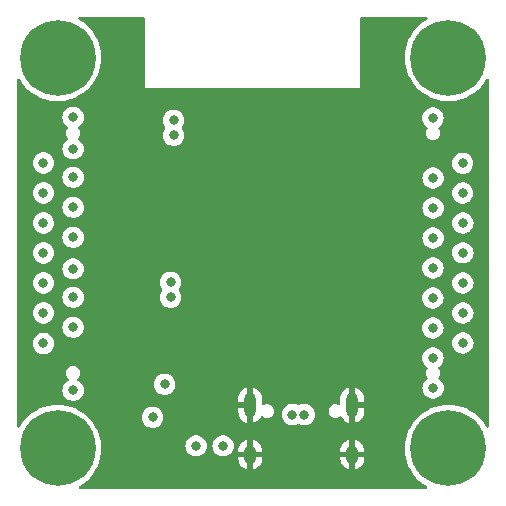
<source format=gbr>
%TF.GenerationSoftware,KiCad,Pcbnew,7.0.1*%
%TF.CreationDate,2023-09-07T21:54:10+09:00*%
%TF.ProjectId,CPU_ESP32S3WROOM,4350555f-4553-4503-9332-533357524f4f,rev?*%
%TF.SameCoordinates,Original*%
%TF.FileFunction,Copper,L3,Inr*%
%TF.FilePolarity,Positive*%
%FSLAX46Y46*%
G04 Gerber Fmt 4.6, Leading zero omitted, Abs format (unit mm)*
G04 Created by KiCad (PCBNEW 7.0.1) date 2023-09-07 21:54:10*
%MOMM*%
%LPD*%
G01*
G04 APERTURE LIST*
%TA.AperFunction,ComponentPad*%
%ADD10O,1.000000X2.100000*%
%TD*%
%TA.AperFunction,ComponentPad*%
%ADD11O,1.000000X1.600000*%
%TD*%
%TA.AperFunction,ComponentPad*%
%ADD12C,0.800000*%
%TD*%
%TA.AperFunction,ComponentPad*%
%ADD13C,6.400000*%
%TD*%
%TA.AperFunction,ViaPad*%
%ADD14C,0.800000*%
%TD*%
G04 APERTURE END LIST*
D10*
%TO.N,GND*%
%TO.C,J1*%
X144410000Y-110730000D03*
D11*
X144410000Y-114910000D03*
D10*
X153050000Y-110730000D03*
D11*
X153050000Y-114910000D03*
%TD*%
D12*
%TO.N,N/C*%
%TO.C,H2*%
X158795000Y-114400000D03*
X159497944Y-112702944D03*
X159497944Y-116097056D03*
X161195000Y-112000000D03*
D13*
X161195000Y-114400000D03*
D12*
X161195000Y-116800000D03*
X162892056Y-112702944D03*
X162892056Y-116097056D03*
X163595000Y-114400000D03*
%TD*%
%TO.N,N/C*%
%TO.C,H4*%
X125695000Y-114400000D03*
X126397944Y-112702944D03*
X126397944Y-116097056D03*
X128095000Y-112000000D03*
D13*
X128095000Y-114400000D03*
D12*
X128095000Y-116800000D03*
X129792056Y-112702944D03*
X129792056Y-116097056D03*
X130495000Y-114400000D03*
%TD*%
%TO.N,N/C*%
%TO.C,H3*%
X125695000Y-81300000D03*
X126397944Y-79602944D03*
X126397944Y-82997056D03*
X128095000Y-78900000D03*
D13*
X128095000Y-81300000D03*
D12*
X128095000Y-83700000D03*
X129792056Y-79602944D03*
X129792056Y-82997056D03*
X130495000Y-81300000D03*
%TD*%
%TO.N,N/C*%
%TO.C,H1*%
X158795000Y-81300000D03*
X159497944Y-79602944D03*
X159497944Y-82997056D03*
X161195000Y-78900000D03*
D13*
X161195000Y-81300000D03*
D12*
X161195000Y-83700000D03*
X162892056Y-79602944D03*
X162892056Y-82997056D03*
X163595000Y-81300000D03*
%TD*%
D14*
%TO.N,GND*%
X151130000Y-85344000D03*
X137668000Y-113284000D03*
%TO.N,+5V*%
X136144000Y-111760000D03*
%TO.N,/EN*%
X137160000Y-108966000D03*
X137922000Y-87884000D03*
%TO.N,/D_+*%
X137668000Y-101600000D03*
%TO.N,/D_-*%
X137668000Y-100330000D03*
%TO.N,+3V3*%
X137922000Y-86614000D03*
%TO.N,/D_+*%
X148979503Y-111530000D03*
%TO.N,/D_-*%
X147980000Y-111530000D03*
%TO.N,GND*%
X159880000Y-88960000D03*
%TO.N,+3V3*%
X159880000Y-86420000D03*
%TO.N,/IO1*%
X162400000Y-90250000D03*
%TO.N,/TXD0*%
X162400000Y-92760000D03*
%TO.N,/IO42*%
X162410000Y-95310000D03*
%TO.N,/IO39*%
X162410000Y-97830000D03*
%TO.N,/IO37*%
X162410000Y-100390000D03*
%TO.N,/IO35*%
X162410000Y-102920000D03*
%TO.N,/IO45*%
X162410000Y-105470000D03*
%TO.N,+5V*%
X159890000Y-109280000D03*
%TO.N,/IO48*%
X159880000Y-106730000D03*
%TO.N,/IO0*%
X159870000Y-104200000D03*
%TO.N,/IO36*%
X159870000Y-101660000D03*
%TO.N,/IO38*%
X159880000Y-99120000D03*
%TO.N,/IO41*%
X159890000Y-96580000D03*
%TO.N,/RXD0*%
X159890000Y-94040000D03*
%TO.N,/IO2*%
X159890000Y-91500000D03*
%TO.N,+3V3*%
X139827000Y-114173000D03*
X129413000Y-109474000D03*
%TO.N,GND*%
X129413000Y-106680000D03*
%TO.N,+5V*%
X142113000Y-114173000D03*
X129413000Y-86360000D03*
%TO.N,/IO6*%
X126898400Y-92760800D03*
%TO.N,/IO7*%
X129413000Y-93980000D03*
%TO.N,/IO8*%
X126898400Y-100380800D03*
%TO.N,/IO3*%
X129413000Y-101600000D03*
%TO.N,/IO46*%
X126898400Y-102920800D03*
%TO.N,/IO9*%
X129413000Y-104140000D03*
%TO.N,/IO10*%
X126898400Y-105511600D03*
%TO.N,/EN*%
X129413000Y-89027000D03*
%TO.N,/IO18*%
X129413000Y-99187000D03*
%TO.N,/IO17*%
X126898400Y-97840800D03*
%TO.N,/IO5*%
X129413000Y-91440000D03*
%TO.N,/IO4*%
X126898400Y-90220800D03*
%TO.N,/IO16*%
X129413000Y-96520000D03*
%TO.N,/IO15*%
X126898400Y-95300800D03*
%TD*%
%TA.AperFunction,Conductor*%
%TO.N,GND*%
G36*
X135458000Y-77867113D02*
G01*
X135503387Y-77912500D01*
X135520000Y-77974500D01*
X135520000Y-83890000D01*
X153720000Y-83890000D01*
X153720000Y-77974500D01*
X153736613Y-77912500D01*
X153782000Y-77867113D01*
X153844000Y-77850500D01*
X159297476Y-77850500D01*
X159360597Y-77867768D01*
X159406138Y-77914763D01*
X159421415Y-77978396D01*
X159402172Y-78040944D01*
X159353769Y-78084985D01*
X159342213Y-78090872D01*
X159016919Y-78302121D01*
X158715480Y-78546222D01*
X158441222Y-78820480D01*
X158197121Y-79121919D01*
X157985876Y-79447206D01*
X157809785Y-79792806D01*
X157670785Y-80154913D01*
X157570396Y-80529570D01*
X157509722Y-80912659D01*
X157489422Y-81300000D01*
X157509722Y-81687340D01*
X157570396Y-82070429D01*
X157670785Y-82445086D01*
X157809785Y-82807193D01*
X157985876Y-83152793D01*
X158197121Y-83478080D01*
X158197124Y-83478084D01*
X158441219Y-83779516D01*
X158715484Y-84053781D01*
X159016916Y-84297876D01*
X159016918Y-84297877D01*
X159016919Y-84297878D01*
X159342206Y-84509123D01*
X159687806Y-84685214D01*
X160049913Y-84824214D01*
X160424570Y-84924603D01*
X160616114Y-84954939D01*
X160807662Y-84985278D01*
X161195000Y-85005578D01*
X161582338Y-84985278D01*
X161831686Y-84945785D01*
X161965429Y-84924603D01*
X161965433Y-84924602D01*
X162340087Y-84824214D01*
X162702194Y-84685214D01*
X163047789Y-84509125D01*
X163047788Y-84509125D01*
X163047793Y-84509123D01*
X163210436Y-84403500D01*
X163373084Y-84297876D01*
X163674516Y-84053781D01*
X163948781Y-83779516D01*
X164192876Y-83478084D01*
X164404125Y-83152789D01*
X164404127Y-83152786D01*
X164410015Y-83141231D01*
X164454056Y-83092828D01*
X164516604Y-83073585D01*
X164580237Y-83088862D01*
X164627232Y-83134403D01*
X164644500Y-83197524D01*
X164644500Y-112502476D01*
X164627232Y-112565597D01*
X164580237Y-112611138D01*
X164516604Y-112626415D01*
X164454056Y-112607172D01*
X164410015Y-112558769D01*
X164404127Y-112547213D01*
X164192878Y-112221919D01*
X164177467Y-112202888D01*
X163948781Y-111920484D01*
X163674516Y-111646219D01*
X163373084Y-111402124D01*
X163373082Y-111402123D01*
X163373080Y-111402121D01*
X163047793Y-111190876D01*
X162702193Y-111014785D01*
X162340086Y-110875785D01*
X161965429Y-110775396D01*
X161582340Y-110714722D01*
X161195000Y-110694422D01*
X160807659Y-110714722D01*
X160424570Y-110775396D01*
X160049913Y-110875785D01*
X159687806Y-111014785D01*
X159342206Y-111190876D01*
X159016919Y-111402121D01*
X158715480Y-111646222D01*
X158441222Y-111920480D01*
X158197121Y-112221919D01*
X157985876Y-112547206D01*
X157809785Y-112892806D01*
X157670785Y-113254913D01*
X157570396Y-113629570D01*
X157509722Y-114012659D01*
X157491452Y-114361257D01*
X157489422Y-114400000D01*
X157495098Y-114508311D01*
X157509722Y-114787340D01*
X157570396Y-115170429D01*
X157670785Y-115545086D01*
X157809785Y-115907193D01*
X157985876Y-116252793D01*
X158197121Y-116578080D01*
X158197124Y-116578084D01*
X158441219Y-116879516D01*
X158715484Y-117153781D01*
X159016916Y-117397876D01*
X159016918Y-117397877D01*
X159016919Y-117397878D01*
X159342213Y-117609127D01*
X159353769Y-117615015D01*
X159402172Y-117659056D01*
X159421415Y-117721604D01*
X159406138Y-117785237D01*
X159360597Y-117832232D01*
X159297476Y-117849500D01*
X129992524Y-117849500D01*
X129929403Y-117832232D01*
X129883862Y-117785237D01*
X129868585Y-117721604D01*
X129887828Y-117659056D01*
X129936231Y-117615015D01*
X129947786Y-117609127D01*
X129973721Y-117592284D01*
X130273084Y-117397876D01*
X130574516Y-117153781D01*
X130848781Y-116879516D01*
X131092876Y-116578084D01*
X131198500Y-116415436D01*
X131304123Y-116252793D01*
X131464247Y-115938531D01*
X131480214Y-115907194D01*
X131619214Y-115545087D01*
X131719602Y-115170433D01*
X131721255Y-115160000D01*
X143410000Y-115160000D01*
X143410000Y-115260710D01*
X143425419Y-115412339D01*
X143486303Y-115606389D01*
X143585003Y-115784214D01*
X143717479Y-115938531D01*
X143878307Y-116063021D01*
X144060905Y-116152589D01*
X144159999Y-116178246D01*
X144160000Y-116178246D01*
X144160000Y-115160000D01*
X144660000Y-115160000D01*
X144660000Y-116183366D01*
X144661948Y-116183067D01*
X144852663Y-116112435D01*
X145025263Y-116004854D01*
X145172669Y-115864733D01*
X145288855Y-115697805D01*
X145369059Y-115510907D01*
X145410000Y-115311689D01*
X145410000Y-115160000D01*
X152050000Y-115160000D01*
X152050000Y-115260710D01*
X152065419Y-115412339D01*
X152126303Y-115606389D01*
X152225003Y-115784214D01*
X152357479Y-115938531D01*
X152518307Y-116063021D01*
X152700905Y-116152589D01*
X152799999Y-116178246D01*
X152800000Y-116178247D01*
X152800000Y-115160000D01*
X153300000Y-115160000D01*
X153300000Y-116183366D01*
X153301948Y-116183067D01*
X153492663Y-116112435D01*
X153665263Y-116004854D01*
X153812669Y-115864733D01*
X153928855Y-115697805D01*
X154009059Y-115510907D01*
X154050000Y-115311689D01*
X154050000Y-115160000D01*
X153300000Y-115160000D01*
X152800000Y-115160000D01*
X152050000Y-115160000D01*
X145410000Y-115160000D01*
X144660000Y-115160000D01*
X144160000Y-115160000D01*
X143410000Y-115160000D01*
X131721255Y-115160000D01*
X131771004Y-114845889D01*
X131780278Y-114787338D01*
X131800578Y-114400000D01*
X131788681Y-114173000D01*
X138921540Y-114173000D01*
X138941326Y-114361257D01*
X138999820Y-114541284D01*
X139094466Y-114705216D01*
X139221129Y-114845889D01*
X139374269Y-114957151D01*
X139547197Y-115034144D01*
X139732352Y-115073500D01*
X139732354Y-115073500D01*
X139921646Y-115073500D01*
X139921648Y-115073500D01*
X140045084Y-115047262D01*
X140106803Y-115034144D01*
X140279730Y-114957151D01*
X140432871Y-114845888D01*
X140559533Y-114705216D01*
X140654179Y-114541284D01*
X140712674Y-114361256D01*
X140732460Y-114173000D01*
X141207540Y-114173000D01*
X141227326Y-114361257D01*
X141285820Y-114541284D01*
X141380466Y-114705216D01*
X141507129Y-114845889D01*
X141660269Y-114957151D01*
X141833197Y-115034144D01*
X142018352Y-115073500D01*
X142018354Y-115073500D01*
X142207646Y-115073500D01*
X142207648Y-115073500D01*
X142331084Y-115047262D01*
X142392803Y-115034144D01*
X142565730Y-114957151D01*
X142718871Y-114845888D01*
X142845533Y-114705216D01*
X142871638Y-114660000D01*
X143410000Y-114660000D01*
X144160000Y-114660000D01*
X144160000Y-113641753D01*
X144660000Y-113641753D01*
X144660000Y-114660000D01*
X145410000Y-114660000D01*
X152050000Y-114660000D01*
X152800000Y-114660000D01*
X152800000Y-113641753D01*
X153300000Y-113641753D01*
X153300000Y-114660000D01*
X154050000Y-114660000D01*
X154050000Y-114559290D01*
X154034580Y-114407660D01*
X153973696Y-114213610D01*
X153874996Y-114035785D01*
X153742520Y-113881468D01*
X153581692Y-113756978D01*
X153399094Y-113667410D01*
X153300000Y-113641753D01*
X152800000Y-113641753D01*
X152800000Y-113636634D01*
X152798051Y-113636932D01*
X152607336Y-113707564D01*
X152434736Y-113815145D01*
X152287330Y-113955266D01*
X152171144Y-114122194D01*
X152090940Y-114309092D01*
X152050000Y-114508311D01*
X152050000Y-114660000D01*
X145410000Y-114660000D01*
X145410000Y-114559290D01*
X145394580Y-114407660D01*
X145333696Y-114213610D01*
X145234996Y-114035785D01*
X145102520Y-113881468D01*
X144941692Y-113756978D01*
X144759094Y-113667410D01*
X144660000Y-113641753D01*
X144160000Y-113641753D01*
X144160000Y-113636634D01*
X144158051Y-113636932D01*
X143967336Y-113707564D01*
X143794736Y-113815145D01*
X143647330Y-113955266D01*
X143531144Y-114122194D01*
X143450940Y-114309092D01*
X143410000Y-114508311D01*
X143410000Y-114660000D01*
X142871638Y-114660000D01*
X142940179Y-114541284D01*
X142998674Y-114361256D01*
X143018460Y-114173000D01*
X142998674Y-113984744D01*
X142940179Y-113804716D01*
X142940179Y-113804715D01*
X142845533Y-113640783D01*
X142718870Y-113500110D01*
X142565730Y-113388848D01*
X142392802Y-113311855D01*
X142207648Y-113272500D01*
X142207646Y-113272500D01*
X142018354Y-113272500D01*
X142018352Y-113272500D01*
X141833197Y-113311855D01*
X141660269Y-113388848D01*
X141507129Y-113500110D01*
X141380466Y-113640783D01*
X141285820Y-113804715D01*
X141227326Y-113984742D01*
X141207540Y-114173000D01*
X140732460Y-114173000D01*
X140712674Y-113984744D01*
X140654179Y-113804716D01*
X140654179Y-113804715D01*
X140559533Y-113640783D01*
X140432870Y-113500110D01*
X140279730Y-113388848D01*
X140106802Y-113311855D01*
X139921648Y-113272500D01*
X139921646Y-113272500D01*
X139732354Y-113272500D01*
X139732352Y-113272500D01*
X139547197Y-113311855D01*
X139374269Y-113388848D01*
X139221129Y-113500110D01*
X139094466Y-113640783D01*
X138999820Y-113804715D01*
X138941326Y-113984742D01*
X138921540Y-114173000D01*
X131788681Y-114173000D01*
X131780278Y-114012662D01*
X131739782Y-113756978D01*
X131719603Y-113629570D01*
X131619214Y-113254913D01*
X131480214Y-112892806D01*
X131304123Y-112547206D01*
X131092878Y-112221919D01*
X131077467Y-112202888D01*
X130848781Y-111920484D01*
X130688296Y-111759999D01*
X135238540Y-111759999D01*
X135258326Y-111948257D01*
X135316820Y-112128284D01*
X135411466Y-112292216D01*
X135538129Y-112432889D01*
X135691269Y-112544151D01*
X135864197Y-112621144D01*
X136049352Y-112660500D01*
X136049354Y-112660500D01*
X136238646Y-112660500D01*
X136238648Y-112660500D01*
X136362083Y-112634262D01*
X136423803Y-112621144D01*
X136596730Y-112544151D01*
X136749871Y-112432888D01*
X136876533Y-112292216D01*
X136971179Y-112128284D01*
X137029674Y-111948256D01*
X137049460Y-111760000D01*
X137029674Y-111571744D01*
X136971179Y-111391716D01*
X136971179Y-111391715D01*
X136876533Y-111227783D01*
X136749870Y-111087110D01*
X136602445Y-110980000D01*
X143410000Y-110980000D01*
X143410000Y-111330710D01*
X143425419Y-111482339D01*
X143486303Y-111676389D01*
X143585003Y-111854214D01*
X143717479Y-112008531D01*
X143878307Y-112133021D01*
X144060905Y-112222589D01*
X144159999Y-112248246D01*
X144160000Y-112248246D01*
X144160000Y-110980000D01*
X143410000Y-110980000D01*
X136602445Y-110980000D01*
X136596730Y-110975848D01*
X136423802Y-110898855D01*
X136238648Y-110859500D01*
X136238646Y-110859500D01*
X136049354Y-110859500D01*
X136049352Y-110859500D01*
X135864197Y-110898855D01*
X135691269Y-110975848D01*
X135538129Y-111087110D01*
X135411466Y-111227783D01*
X135316820Y-111391715D01*
X135258326Y-111571742D01*
X135238540Y-111759999D01*
X130688296Y-111759999D01*
X130574516Y-111646219D01*
X130273084Y-111402124D01*
X130273082Y-111402123D01*
X130273080Y-111402121D01*
X129947793Y-111190876D01*
X129602193Y-111014785D01*
X129240086Y-110875785D01*
X128865429Y-110775396D01*
X128482340Y-110714722D01*
X128095000Y-110694422D01*
X127707659Y-110714722D01*
X127324570Y-110775396D01*
X126949913Y-110875785D01*
X126587806Y-111014785D01*
X126242206Y-111190876D01*
X125916919Y-111402121D01*
X125615480Y-111646222D01*
X125341222Y-111920480D01*
X125097121Y-112221919D01*
X124885872Y-112547213D01*
X124879985Y-112558769D01*
X124835944Y-112607172D01*
X124773396Y-112626415D01*
X124709763Y-112611138D01*
X124662768Y-112565597D01*
X124645500Y-112502476D01*
X124645500Y-110480000D01*
X143410000Y-110480000D01*
X144160000Y-110480000D01*
X144160000Y-109211753D01*
X144660000Y-109211753D01*
X144660000Y-112253366D01*
X144661948Y-112253067D01*
X144852663Y-112182435D01*
X145025263Y-112074854D01*
X145172669Y-111934733D01*
X145288856Y-111767804D01*
X145301922Y-111737357D01*
X145335003Y-111692256D01*
X145384538Y-111666280D01*
X145440449Y-111664716D01*
X145491358Y-111687879D01*
X145549767Y-111732698D01*
X145689763Y-111790686D01*
X145689764Y-111790687D01*
X145802279Y-111805500D01*
X145802280Y-111805500D01*
X145877720Y-111805500D01*
X145877721Y-111805500D01*
X145933977Y-111798093D01*
X145990236Y-111790687D01*
X146130233Y-111732698D01*
X146250451Y-111640451D01*
X146335204Y-111529999D01*
X147074540Y-111529999D01*
X147094326Y-111718257D01*
X147152820Y-111898284D01*
X147247466Y-112062216D01*
X147374129Y-112202889D01*
X147527269Y-112314151D01*
X147700197Y-112391144D01*
X147885352Y-112430500D01*
X147885354Y-112430500D01*
X148074646Y-112430500D01*
X148074648Y-112430500D01*
X148259800Y-112391145D01*
X148259801Y-112391144D01*
X148259803Y-112391144D01*
X148429318Y-112315669D01*
X148479750Y-112304950D01*
X148530186Y-112315671D01*
X148699700Y-112391144D01*
X148884855Y-112430500D01*
X148884857Y-112430500D01*
X149074149Y-112430500D01*
X149074151Y-112430500D01*
X149197586Y-112404262D01*
X149259306Y-112391144D01*
X149432233Y-112314151D01*
X149516308Y-112253067D01*
X149585373Y-112202889D01*
X149712036Y-112062216D01*
X149806682Y-111898284D01*
X149821001Y-111854214D01*
X149865177Y-111718256D01*
X149884963Y-111530000D01*
X149865177Y-111341744D01*
X149828869Y-111230000D01*
X151039533Y-111230000D01*
X151059312Y-111380235D01*
X151117301Y-111520231D01*
X151117302Y-111520233D01*
X151209549Y-111640451D01*
X151329767Y-111732698D01*
X151469763Y-111790686D01*
X151469764Y-111790687D01*
X151582279Y-111805500D01*
X151582280Y-111805500D01*
X151657720Y-111805500D01*
X151657721Y-111805500D01*
X151713977Y-111798093D01*
X151770236Y-111790687D01*
X151910233Y-111732698D01*
X151969580Y-111687158D01*
X152017416Y-111664658D01*
X152070281Y-111664127D01*
X152118562Y-111685666D01*
X152153483Y-111725359D01*
X152225003Y-111854214D01*
X152357479Y-112008531D01*
X152518307Y-112133021D01*
X152700905Y-112222589D01*
X152799999Y-112248246D01*
X152800000Y-112248247D01*
X152800000Y-110980000D01*
X153300000Y-110980000D01*
X153300000Y-112253366D01*
X153301948Y-112253067D01*
X153492663Y-112182435D01*
X153665263Y-112074854D01*
X153812669Y-111934733D01*
X153928855Y-111767805D01*
X154009059Y-111580907D01*
X154050000Y-111381689D01*
X154050000Y-110980000D01*
X153300000Y-110980000D01*
X152800000Y-110980000D01*
X152800000Y-109211753D01*
X153300000Y-109211753D01*
X153300000Y-110480000D01*
X154050000Y-110480000D01*
X154050000Y-110129290D01*
X154034580Y-109977660D01*
X153973696Y-109783610D01*
X153874996Y-109605785D01*
X153742520Y-109451468D01*
X153581692Y-109326978D01*
X153399094Y-109237410D01*
X153300000Y-109211753D01*
X152800000Y-109211753D01*
X152800000Y-109206634D01*
X152798051Y-109206932D01*
X152607336Y-109277564D01*
X152434736Y-109385145D01*
X152287330Y-109525266D01*
X152171144Y-109692194D01*
X152090940Y-109879092D01*
X152050000Y-110078311D01*
X152050000Y-110599616D01*
X152035358Y-110658069D01*
X151994891Y-110702718D01*
X151938154Y-110723019D01*
X151878547Y-110714177D01*
X151770235Y-110669312D01*
X151657721Y-110654500D01*
X151657720Y-110654500D01*
X151582280Y-110654500D01*
X151582279Y-110654500D01*
X151469764Y-110669312D01*
X151329768Y-110727301D01*
X151209549Y-110819549D01*
X151117301Y-110939768D01*
X151059312Y-111079764D01*
X151039533Y-111230000D01*
X149828869Y-111230000D01*
X149816157Y-111190876D01*
X149806682Y-111161715D01*
X149712036Y-110997783D01*
X149585373Y-110857110D01*
X149432233Y-110745848D01*
X149259305Y-110668855D01*
X149074151Y-110629500D01*
X149074149Y-110629500D01*
X148884857Y-110629500D01*
X148884855Y-110629500D01*
X148699700Y-110668855D01*
X148530187Y-110744328D01*
X148479751Y-110755049D01*
X148429315Y-110744328D01*
X148259802Y-110668855D01*
X148074648Y-110629500D01*
X148074646Y-110629500D01*
X147885354Y-110629500D01*
X147885352Y-110629500D01*
X147700197Y-110668855D01*
X147527269Y-110745848D01*
X147374129Y-110857110D01*
X147247466Y-110997783D01*
X147152820Y-111161715D01*
X147094326Y-111341742D01*
X147074540Y-111529999D01*
X146335204Y-111529999D01*
X146342698Y-111520233D01*
X146400687Y-111380236D01*
X146420466Y-111230000D01*
X146400687Y-111079764D01*
X146342698Y-110939767D01*
X146250451Y-110819549D01*
X146130233Y-110727302D01*
X146119893Y-110723019D01*
X145990235Y-110669312D01*
X145877721Y-110654500D01*
X145877720Y-110654500D01*
X145802280Y-110654500D01*
X145802279Y-110654500D01*
X145689764Y-110669312D01*
X145581453Y-110714177D01*
X145521846Y-110723019D01*
X145465109Y-110702718D01*
X145424642Y-110658069D01*
X145410000Y-110599616D01*
X145410000Y-110129290D01*
X145394580Y-109977660D01*
X145333696Y-109783610D01*
X145234996Y-109605785D01*
X145102520Y-109451468D01*
X144941692Y-109326978D01*
X144759094Y-109237410D01*
X144660000Y-109211753D01*
X144160000Y-109211753D01*
X144160000Y-109206634D01*
X144158051Y-109206932D01*
X143967336Y-109277564D01*
X143794736Y-109385145D01*
X143647330Y-109525266D01*
X143531144Y-109692194D01*
X143450940Y-109879092D01*
X143410000Y-110078311D01*
X143410000Y-110480000D01*
X124645500Y-110480000D01*
X124645500Y-109473999D01*
X128507540Y-109473999D01*
X128527326Y-109662257D01*
X128585820Y-109842284D01*
X128680466Y-110006216D01*
X128807129Y-110146889D01*
X128960269Y-110258151D01*
X129133197Y-110335144D01*
X129318352Y-110374500D01*
X129318354Y-110374500D01*
X129507646Y-110374500D01*
X129507648Y-110374500D01*
X129631083Y-110348262D01*
X129692803Y-110335144D01*
X129865730Y-110258151D01*
X130018871Y-110146888D01*
X130145533Y-110006216D01*
X130240179Y-109842284D01*
X130298674Y-109662256D01*
X130318460Y-109474000D01*
X130298674Y-109285744D01*
X130240179Y-109105716D01*
X130240179Y-109105715D01*
X130159514Y-108965999D01*
X136254540Y-108965999D01*
X136274326Y-109154257D01*
X136332820Y-109334284D01*
X136427466Y-109498216D01*
X136554129Y-109638889D01*
X136707269Y-109750151D01*
X136880197Y-109827144D01*
X137065352Y-109866500D01*
X137065354Y-109866500D01*
X137254646Y-109866500D01*
X137254648Y-109866500D01*
X137378084Y-109840262D01*
X137439803Y-109827144D01*
X137612730Y-109750151D01*
X137733708Y-109662256D01*
X137765870Y-109638889D01*
X137892533Y-109498216D01*
X137987179Y-109334284D01*
X138004817Y-109280000D01*
X138045674Y-109154256D01*
X138065460Y-108966000D01*
X138045674Y-108777744D01*
X137998764Y-108633370D01*
X137987179Y-108597715D01*
X137892533Y-108433783D01*
X137765870Y-108293110D01*
X137612730Y-108181848D01*
X137439802Y-108104855D01*
X137254648Y-108065500D01*
X137254646Y-108065500D01*
X137065354Y-108065500D01*
X137065352Y-108065500D01*
X136880197Y-108104855D01*
X136707269Y-108181848D01*
X136554129Y-108293110D01*
X136427466Y-108433783D01*
X136332820Y-108597715D01*
X136274326Y-108777742D01*
X136254540Y-108965999D01*
X130159514Y-108965999D01*
X130145533Y-108941783D01*
X130018870Y-108801110D01*
X129865732Y-108689849D01*
X129828134Y-108673110D01*
X129778730Y-108633370D01*
X129755428Y-108574404D01*
X129764321Y-108511627D01*
X129803082Y-108461454D01*
X129833282Y-108438282D01*
X129836734Y-108433784D01*
X129889372Y-108365184D01*
X129929536Y-108312841D01*
X129990044Y-108166762D01*
X130010682Y-108010000D01*
X129990044Y-107853238D01*
X129929536Y-107707159D01*
X129888023Y-107653058D01*
X129833282Y-107581717D01*
X129707840Y-107485463D01*
X129561762Y-107424956D01*
X129405000Y-107404317D01*
X129248237Y-107424956D01*
X129102159Y-107485463D01*
X128976717Y-107581717D01*
X128880463Y-107707159D01*
X128819956Y-107853237D01*
X128799317Y-108010000D01*
X128819956Y-108166762D01*
X128880463Y-108312840D01*
X128976717Y-108438282D01*
X129012791Y-108465962D01*
X129051553Y-108516136D01*
X129060446Y-108578912D01*
X129037144Y-108637878D01*
X128987741Y-108677617D01*
X128960269Y-108689848D01*
X128807129Y-108801110D01*
X128680466Y-108941783D01*
X128585820Y-109105715D01*
X128527326Y-109285742D01*
X128507540Y-109473999D01*
X124645500Y-109473999D01*
X124645500Y-106729999D01*
X158974540Y-106729999D01*
X158994326Y-106918257D01*
X159052820Y-107098284D01*
X159147466Y-107262216D01*
X159274129Y-107402889D01*
X159376485Y-107477254D01*
X159417315Y-107528127D01*
X159426676Y-107592683D01*
X159401976Y-107653058D01*
X159360463Y-107707159D01*
X159299956Y-107853237D01*
X159279317Y-108010000D01*
X159299956Y-108166762D01*
X159360462Y-108312838D01*
X159360463Y-108312840D01*
X159360464Y-108312841D01*
X159400630Y-108365186D01*
X159425329Y-108425559D01*
X159415969Y-108490116D01*
X159375139Y-108540989D01*
X159284127Y-108607112D01*
X159157466Y-108747783D01*
X159062820Y-108911715D01*
X159004326Y-109091742D01*
X158984540Y-109280000D01*
X159004326Y-109468257D01*
X159062820Y-109648284D01*
X159157466Y-109812216D01*
X159284129Y-109952889D01*
X159437269Y-110064151D01*
X159610197Y-110141144D01*
X159795352Y-110180500D01*
X159795354Y-110180500D01*
X159984646Y-110180500D01*
X159984648Y-110180500D01*
X160108084Y-110154262D01*
X160169803Y-110141144D01*
X160342730Y-110064151D01*
X160495871Y-109952888D01*
X160622533Y-109812216D01*
X160717179Y-109648284D01*
X160775674Y-109468256D01*
X160795460Y-109280000D01*
X160775674Y-109091744D01*
X160726949Y-108941784D01*
X160717179Y-108911715D01*
X160622533Y-108747783D01*
X160495870Y-108607111D01*
X160398441Y-108536325D01*
X160357611Y-108485452D01*
X160348250Y-108420895D01*
X160372949Y-108360522D01*
X160409536Y-108312841D01*
X160470044Y-108166762D01*
X160490682Y-108010000D01*
X160470044Y-107853238D01*
X160409536Y-107707159D01*
X160364444Y-107648393D01*
X160339744Y-107588018D01*
X160349105Y-107523461D01*
X160389932Y-107472591D01*
X160485871Y-107402888D01*
X160612533Y-107262216D01*
X160707179Y-107098284D01*
X160765674Y-106918256D01*
X160785460Y-106730000D01*
X160765674Y-106541744D01*
X160723550Y-106412100D01*
X160707179Y-106361715D01*
X160612533Y-106197783D01*
X160485870Y-106057110D01*
X160332730Y-105945848D01*
X160159802Y-105868855D01*
X159974648Y-105829500D01*
X159974646Y-105829500D01*
X159785354Y-105829500D01*
X159785352Y-105829500D01*
X159600197Y-105868855D01*
X159427269Y-105945848D01*
X159274129Y-106057110D01*
X159147466Y-106197783D01*
X159052820Y-106361715D01*
X158994326Y-106541742D01*
X158974540Y-106729999D01*
X124645500Y-106729999D01*
X124645500Y-105511600D01*
X125992940Y-105511600D01*
X126012726Y-105699857D01*
X126071220Y-105879884D01*
X126165866Y-106043816D01*
X126292529Y-106184489D01*
X126445669Y-106295751D01*
X126618597Y-106372744D01*
X126803752Y-106412100D01*
X126803754Y-106412100D01*
X126993046Y-106412100D01*
X126993048Y-106412100D01*
X127116484Y-106385862D01*
X127178203Y-106372744D01*
X127351130Y-106295751D01*
X127504271Y-106184488D01*
X127630933Y-106043816D01*
X127725579Y-105879884D01*
X127784074Y-105699856D01*
X127803860Y-105511600D01*
X127799488Y-105469999D01*
X161504540Y-105469999D01*
X161524326Y-105658257D01*
X161582820Y-105838284D01*
X161677466Y-106002216D01*
X161804129Y-106142889D01*
X161957269Y-106254151D01*
X162130197Y-106331144D01*
X162315352Y-106370500D01*
X162315354Y-106370500D01*
X162504646Y-106370500D01*
X162504648Y-106370500D01*
X162628083Y-106344262D01*
X162689803Y-106331144D01*
X162862730Y-106254151D01*
X162958612Y-106184489D01*
X163015870Y-106142889D01*
X163142533Y-106002216D01*
X163237179Y-105838284D01*
X163240033Y-105829500D01*
X163295674Y-105658256D01*
X163315460Y-105470000D01*
X163295674Y-105281744D01*
X163250696Y-105143316D01*
X163237179Y-105101715D01*
X163142533Y-104937783D01*
X163015870Y-104797110D01*
X162862730Y-104685848D01*
X162689802Y-104608855D01*
X162504648Y-104569500D01*
X162504646Y-104569500D01*
X162315354Y-104569500D01*
X162315352Y-104569500D01*
X162130197Y-104608855D01*
X161957269Y-104685848D01*
X161804129Y-104797110D01*
X161677466Y-104937783D01*
X161582820Y-105101715D01*
X161524326Y-105281742D01*
X161504540Y-105469999D01*
X127799488Y-105469999D01*
X127784074Y-105323344D01*
X127725579Y-105143316D01*
X127725579Y-105143315D01*
X127630933Y-104979383D01*
X127504270Y-104838710D01*
X127351130Y-104727448D01*
X127178202Y-104650455D01*
X126993048Y-104611100D01*
X126993046Y-104611100D01*
X126803754Y-104611100D01*
X126803752Y-104611100D01*
X126618597Y-104650455D01*
X126445669Y-104727448D01*
X126292529Y-104838710D01*
X126165866Y-104979383D01*
X126071220Y-105143315D01*
X126012726Y-105323342D01*
X125992940Y-105511600D01*
X124645500Y-105511600D01*
X124645500Y-104140000D01*
X128507540Y-104140000D01*
X128527326Y-104328257D01*
X128585820Y-104508284D01*
X128680466Y-104672216D01*
X128807129Y-104812889D01*
X128960269Y-104924151D01*
X129133197Y-105001144D01*
X129318352Y-105040500D01*
X129318354Y-105040500D01*
X129507646Y-105040500D01*
X129507648Y-105040500D01*
X129631083Y-105014262D01*
X129692803Y-105001144D01*
X129865730Y-104924151D01*
X129865730Y-104924150D01*
X130018870Y-104812889D01*
X130145533Y-104672216D01*
X130240179Y-104508284D01*
X130279178Y-104388257D01*
X130298674Y-104328256D01*
X130312154Y-104200000D01*
X158964540Y-104200000D01*
X158984326Y-104388257D01*
X159042820Y-104568284D01*
X159137466Y-104732216D01*
X159264129Y-104872889D01*
X159417269Y-104984151D01*
X159590197Y-105061144D01*
X159775352Y-105100500D01*
X159775354Y-105100500D01*
X159964646Y-105100500D01*
X159964648Y-105100500D01*
X160088083Y-105074262D01*
X160149803Y-105061144D01*
X160322730Y-104984151D01*
X160475871Y-104872888D01*
X160602533Y-104732216D01*
X160697179Y-104568284D01*
X160755674Y-104388256D01*
X160775460Y-104200000D01*
X160755674Y-104011744D01*
X160697179Y-103831716D01*
X160697179Y-103831715D01*
X160602533Y-103667783D01*
X160475870Y-103527110D01*
X160322730Y-103415848D01*
X160149802Y-103338855D01*
X159964648Y-103299500D01*
X159964646Y-103299500D01*
X159775354Y-103299500D01*
X159775352Y-103299500D01*
X159590197Y-103338855D01*
X159417269Y-103415848D01*
X159264129Y-103527110D01*
X159137466Y-103667783D01*
X159042820Y-103831715D01*
X158984326Y-104011742D01*
X158964540Y-104200000D01*
X130312154Y-104200000D01*
X130318460Y-104140000D01*
X130298674Y-103951744D01*
X130256030Y-103820500D01*
X130240179Y-103771715D01*
X130145533Y-103607783D01*
X130018870Y-103467110D01*
X129865730Y-103355848D01*
X129692802Y-103278855D01*
X129507648Y-103239500D01*
X129507646Y-103239500D01*
X129318354Y-103239500D01*
X129318352Y-103239500D01*
X129133197Y-103278855D01*
X128960269Y-103355848D01*
X128807129Y-103467110D01*
X128680466Y-103607783D01*
X128585820Y-103771715D01*
X128527326Y-103951742D01*
X128507540Y-104140000D01*
X124645500Y-104140000D01*
X124645500Y-102920799D01*
X125992940Y-102920799D01*
X126012726Y-103109057D01*
X126071220Y-103289084D01*
X126165866Y-103453016D01*
X126292529Y-103593689D01*
X126445669Y-103704951D01*
X126618597Y-103781944D01*
X126803752Y-103821300D01*
X126803754Y-103821300D01*
X126993046Y-103821300D01*
X126993048Y-103821300D01*
X127116484Y-103795062D01*
X127178203Y-103781944D01*
X127351130Y-103704951D01*
X127402288Y-103667783D01*
X127504270Y-103593689D01*
X127630933Y-103453016D01*
X127725579Y-103289084D01*
X127741690Y-103239500D01*
X127784074Y-103109056D01*
X127803860Y-102920800D01*
X127803776Y-102920000D01*
X161504540Y-102920000D01*
X161524326Y-103108257D01*
X161582820Y-103288284D01*
X161677466Y-103452216D01*
X161804129Y-103592889D01*
X161957269Y-103704151D01*
X162130197Y-103781144D01*
X162315352Y-103820500D01*
X162315354Y-103820500D01*
X162504646Y-103820500D01*
X162504648Y-103820500D01*
X162628083Y-103794262D01*
X162689803Y-103781144D01*
X162862730Y-103704151D01*
X162912785Y-103667784D01*
X163015870Y-103592889D01*
X163142533Y-103452216D01*
X163237179Y-103288284D01*
X163253030Y-103239500D01*
X163295674Y-103108256D01*
X163315460Y-102920000D01*
X163295674Y-102731744D01*
X163237179Y-102551716D01*
X163237179Y-102551715D01*
X163142533Y-102387783D01*
X163015870Y-102247110D01*
X162862730Y-102135848D01*
X162689802Y-102058855D01*
X162504648Y-102019500D01*
X162504646Y-102019500D01*
X162315354Y-102019500D01*
X162315352Y-102019500D01*
X162130197Y-102058855D01*
X161957269Y-102135848D01*
X161804129Y-102247110D01*
X161677466Y-102387783D01*
X161582820Y-102551715D01*
X161524326Y-102731742D01*
X161504540Y-102920000D01*
X127803776Y-102920000D01*
X127784074Y-102732544D01*
X127725579Y-102552516D01*
X127725579Y-102552515D01*
X127630933Y-102388583D01*
X127504270Y-102247910D01*
X127351130Y-102136648D01*
X127178202Y-102059655D01*
X126993048Y-102020300D01*
X126993046Y-102020300D01*
X126803754Y-102020300D01*
X126803752Y-102020300D01*
X126618597Y-102059655D01*
X126445669Y-102136648D01*
X126292529Y-102247910D01*
X126165866Y-102388583D01*
X126071220Y-102552515D01*
X126012726Y-102732542D01*
X125992940Y-102920799D01*
X124645500Y-102920799D01*
X124645500Y-101599999D01*
X128507540Y-101599999D01*
X128527326Y-101788257D01*
X128585820Y-101968284D01*
X128680466Y-102132216D01*
X128807129Y-102272889D01*
X128960269Y-102384151D01*
X129133197Y-102461144D01*
X129318352Y-102500500D01*
X129318354Y-102500500D01*
X129507646Y-102500500D01*
X129507648Y-102500500D01*
X129631083Y-102474262D01*
X129692803Y-102461144D01*
X129865730Y-102384151D01*
X129865730Y-102384150D01*
X130018870Y-102272889D01*
X130041360Y-102247912D01*
X130145533Y-102132216D01*
X130240179Y-101968284D01*
X130298674Y-101788256D01*
X130318460Y-101600000D01*
X130318460Y-101599999D01*
X136762540Y-101599999D01*
X136782326Y-101788257D01*
X136840820Y-101968284D01*
X136935466Y-102132216D01*
X137062129Y-102272889D01*
X137215269Y-102384151D01*
X137388197Y-102461144D01*
X137573352Y-102500500D01*
X137573354Y-102500500D01*
X137762646Y-102500500D01*
X137762648Y-102500500D01*
X137886083Y-102474262D01*
X137947803Y-102461144D01*
X138120730Y-102384151D01*
X138120730Y-102384150D01*
X138273870Y-102272889D01*
X138296360Y-102247912D01*
X138400533Y-102132216D01*
X138495179Y-101968284D01*
X138553674Y-101788256D01*
X138567154Y-101660000D01*
X158964540Y-101660000D01*
X158984326Y-101848257D01*
X159042820Y-102028284D01*
X159137466Y-102192216D01*
X159264129Y-102332889D01*
X159417269Y-102444151D01*
X159590197Y-102521144D01*
X159775352Y-102560500D01*
X159775354Y-102560500D01*
X159964646Y-102560500D01*
X159964648Y-102560500D01*
X160088083Y-102534262D01*
X160149803Y-102521144D01*
X160322730Y-102444151D01*
X160475871Y-102332888D01*
X160602533Y-102192216D01*
X160697179Y-102028284D01*
X160755674Y-101848256D01*
X160775460Y-101660000D01*
X160755674Y-101471744D01*
X160697179Y-101291716D01*
X160697179Y-101291715D01*
X160602533Y-101127783D01*
X160475870Y-100987110D01*
X160322730Y-100875848D01*
X160149802Y-100798855D01*
X159964648Y-100759500D01*
X159964646Y-100759500D01*
X159775354Y-100759500D01*
X159775352Y-100759500D01*
X159590197Y-100798855D01*
X159417269Y-100875848D01*
X159264129Y-100987110D01*
X159137466Y-101127783D01*
X159042820Y-101291715D01*
X158984326Y-101471742D01*
X158964540Y-101660000D01*
X138567154Y-101660000D01*
X138573460Y-101600000D01*
X138553674Y-101411744D01*
X138501492Y-101251144D01*
X138495179Y-101231715D01*
X138400535Y-101067787D01*
X138400534Y-101067786D01*
X138400533Y-101067784D01*
X138382693Y-101047971D01*
X138354527Y-100994999D01*
X138354527Y-100935001D01*
X138382693Y-100882028D01*
X138400533Y-100862216D01*
X138495179Y-100698284D01*
X138553674Y-100518256D01*
X138567154Y-100390000D01*
X161504540Y-100390000D01*
X161524326Y-100578257D01*
X161582820Y-100758284D01*
X161677466Y-100922216D01*
X161804129Y-101062889D01*
X161957269Y-101174151D01*
X162130197Y-101251144D01*
X162315352Y-101290500D01*
X162315354Y-101290500D01*
X162504646Y-101290500D01*
X162504648Y-101290500D01*
X162628084Y-101264262D01*
X162689803Y-101251144D01*
X162862730Y-101174151D01*
X163009128Y-101067787D01*
X163015870Y-101062889D01*
X163142533Y-100922216D01*
X163237179Y-100758284D01*
X163256674Y-100698284D01*
X163295674Y-100578256D01*
X163315460Y-100390000D01*
X163295674Y-100201744D01*
X163237179Y-100021716D01*
X163237179Y-100021715D01*
X163142533Y-99857783D01*
X163015870Y-99717110D01*
X162862730Y-99605848D01*
X162689802Y-99528855D01*
X162504648Y-99489500D01*
X162504646Y-99489500D01*
X162315354Y-99489500D01*
X162315352Y-99489500D01*
X162130197Y-99528855D01*
X161957269Y-99605848D01*
X161804129Y-99717110D01*
X161677466Y-99857783D01*
X161582820Y-100021715D01*
X161524326Y-100201742D01*
X161504540Y-100390000D01*
X138567154Y-100390000D01*
X138573460Y-100330000D01*
X138553674Y-100141744D01*
X138495179Y-99961716D01*
X138495179Y-99961715D01*
X138400533Y-99797783D01*
X138273870Y-99657110D01*
X138120730Y-99545848D01*
X137947802Y-99468855D01*
X137762648Y-99429500D01*
X137762646Y-99429500D01*
X137573354Y-99429500D01*
X137573352Y-99429500D01*
X137388197Y-99468855D01*
X137215269Y-99545848D01*
X137062129Y-99657110D01*
X136935466Y-99797783D01*
X136840820Y-99961715D01*
X136782326Y-100141742D01*
X136762540Y-100329999D01*
X136782326Y-100518257D01*
X136840820Y-100698284D01*
X136935466Y-100862215D01*
X136953304Y-100882026D01*
X136981471Y-100934999D01*
X136981472Y-100994995D01*
X136953307Y-101047969D01*
X136935466Y-101067783D01*
X136840820Y-101231715D01*
X136782326Y-101411742D01*
X136762540Y-101599999D01*
X130318460Y-101599999D01*
X130298674Y-101411744D01*
X130246492Y-101251144D01*
X130240179Y-101231715D01*
X130145533Y-101067783D01*
X130018870Y-100927110D01*
X129865730Y-100815848D01*
X129692802Y-100738855D01*
X129507648Y-100699500D01*
X129507646Y-100699500D01*
X129318354Y-100699500D01*
X129318352Y-100699500D01*
X129133197Y-100738855D01*
X128960269Y-100815848D01*
X128807129Y-100927110D01*
X128680466Y-101067783D01*
X128585820Y-101231715D01*
X128527326Y-101411742D01*
X128507540Y-101599999D01*
X124645500Y-101599999D01*
X124645500Y-100380800D01*
X125992940Y-100380800D01*
X126012726Y-100569057D01*
X126071220Y-100749084D01*
X126165866Y-100913016D01*
X126292529Y-101053689D01*
X126445669Y-101164951D01*
X126618597Y-101241944D01*
X126803752Y-101281300D01*
X126803754Y-101281300D01*
X126993046Y-101281300D01*
X126993048Y-101281300D01*
X127134920Y-101251144D01*
X127178203Y-101241944D01*
X127351130Y-101164951D01*
X127402288Y-101127783D01*
X127504270Y-101053689D01*
X127630933Y-100913016D01*
X127725579Y-100749084D01*
X127781084Y-100578257D01*
X127784074Y-100569056D01*
X127803860Y-100380800D01*
X127784074Y-100192544D01*
X127749943Y-100087500D01*
X127725579Y-100012515D01*
X127630933Y-99848583D01*
X127504270Y-99707910D01*
X127351130Y-99596648D01*
X127178202Y-99519655D01*
X126993048Y-99480300D01*
X126993046Y-99480300D01*
X126803754Y-99480300D01*
X126803752Y-99480300D01*
X126618597Y-99519655D01*
X126445669Y-99596648D01*
X126292529Y-99707910D01*
X126165866Y-99848583D01*
X126071220Y-100012515D01*
X126012726Y-100192542D01*
X125992940Y-100380800D01*
X124645500Y-100380800D01*
X124645500Y-99187000D01*
X128507540Y-99187000D01*
X128527326Y-99375257D01*
X128585820Y-99555284D01*
X128680466Y-99719216D01*
X128807129Y-99859889D01*
X128960269Y-99971151D01*
X129133197Y-100048144D01*
X129318352Y-100087500D01*
X129318354Y-100087500D01*
X129507646Y-100087500D01*
X129507648Y-100087500D01*
X129631084Y-100061262D01*
X129692803Y-100048144D01*
X129865730Y-99971151D01*
X130018871Y-99859888D01*
X130145533Y-99719216D01*
X130240179Y-99555284D01*
X130298674Y-99375256D01*
X130318460Y-99187000D01*
X130311418Y-99119999D01*
X158974540Y-99119999D01*
X158994326Y-99308257D01*
X159052820Y-99488284D01*
X159147466Y-99652216D01*
X159274129Y-99792889D01*
X159427269Y-99904151D01*
X159600197Y-99981144D01*
X159785352Y-100020500D01*
X159785354Y-100020500D01*
X159974646Y-100020500D01*
X159974648Y-100020500D01*
X160098083Y-99994262D01*
X160159803Y-99981144D01*
X160332730Y-99904151D01*
X160409213Y-99848583D01*
X160485870Y-99792889D01*
X160612533Y-99652216D01*
X160707179Y-99488284D01*
X160726279Y-99429500D01*
X160765674Y-99308256D01*
X160785460Y-99120000D01*
X160765674Y-98931744D01*
X160728949Y-98818716D01*
X160707179Y-98751715D01*
X160612533Y-98587783D01*
X160485870Y-98447110D01*
X160332730Y-98335848D01*
X160159802Y-98258855D01*
X159974648Y-98219500D01*
X159974646Y-98219500D01*
X159785354Y-98219500D01*
X159785352Y-98219500D01*
X159600197Y-98258855D01*
X159427269Y-98335848D01*
X159274129Y-98447110D01*
X159147466Y-98587783D01*
X159052820Y-98751715D01*
X158994326Y-98931742D01*
X158974540Y-99119999D01*
X130311418Y-99119999D01*
X130298674Y-98998744D01*
X130240179Y-98818716D01*
X130240179Y-98818715D01*
X130145533Y-98654783D01*
X130018870Y-98514110D01*
X129865730Y-98402848D01*
X129692802Y-98325855D01*
X129507648Y-98286500D01*
X129507646Y-98286500D01*
X129318354Y-98286500D01*
X129318352Y-98286500D01*
X129133197Y-98325855D01*
X128960269Y-98402848D01*
X128807129Y-98514110D01*
X128680466Y-98654783D01*
X128585820Y-98818715D01*
X128527326Y-98998742D01*
X128507540Y-99187000D01*
X124645500Y-99187000D01*
X124645500Y-97840800D01*
X125992940Y-97840800D01*
X126012726Y-98029057D01*
X126071220Y-98209084D01*
X126165866Y-98373016D01*
X126292529Y-98513689D01*
X126445669Y-98624951D01*
X126618597Y-98701944D01*
X126803752Y-98741300D01*
X126803754Y-98741300D01*
X126993046Y-98741300D01*
X126993048Y-98741300D01*
X127116484Y-98715062D01*
X127178203Y-98701944D01*
X127351130Y-98624951D01*
X127402288Y-98587783D01*
X127504270Y-98513689D01*
X127630933Y-98373016D01*
X127725579Y-98209084D01*
X127729088Y-98198284D01*
X127784074Y-98029056D01*
X127803860Y-97840800D01*
X127802725Y-97830000D01*
X161504540Y-97830000D01*
X161524326Y-98018257D01*
X161582820Y-98198284D01*
X161677466Y-98362216D01*
X161804129Y-98502889D01*
X161957269Y-98614151D01*
X162130197Y-98691144D01*
X162315352Y-98730500D01*
X162315354Y-98730500D01*
X162504646Y-98730500D01*
X162504648Y-98730500D01*
X162628084Y-98704262D01*
X162689803Y-98691144D01*
X162862730Y-98614151D01*
X162899023Y-98587783D01*
X163015870Y-98502889D01*
X163142533Y-98362216D01*
X163237179Y-98198284D01*
X163237178Y-98198284D01*
X163295674Y-98018256D01*
X163315460Y-97830000D01*
X163295674Y-97641744D01*
X163265332Y-97548363D01*
X163237179Y-97461715D01*
X163142533Y-97297783D01*
X163015870Y-97157110D01*
X162862730Y-97045848D01*
X162689802Y-96968855D01*
X162504648Y-96929500D01*
X162504646Y-96929500D01*
X162315354Y-96929500D01*
X162315352Y-96929500D01*
X162130197Y-96968855D01*
X161957269Y-97045848D01*
X161804129Y-97157110D01*
X161677466Y-97297783D01*
X161582820Y-97461715D01*
X161524326Y-97641742D01*
X161504540Y-97830000D01*
X127802725Y-97830000D01*
X127784074Y-97652544D01*
X127725579Y-97472516D01*
X127725579Y-97472515D01*
X127630933Y-97308583D01*
X127504270Y-97167910D01*
X127351130Y-97056648D01*
X127178202Y-96979655D01*
X126993048Y-96940300D01*
X126993046Y-96940300D01*
X126803754Y-96940300D01*
X126803752Y-96940300D01*
X126618597Y-96979655D01*
X126445669Y-97056648D01*
X126292529Y-97167910D01*
X126165866Y-97308583D01*
X126071220Y-97472515D01*
X126012726Y-97652542D01*
X125992940Y-97840800D01*
X124645500Y-97840800D01*
X124645500Y-96520000D01*
X128507540Y-96520000D01*
X128527326Y-96708257D01*
X128585820Y-96888284D01*
X128680466Y-97052216D01*
X128807129Y-97192889D01*
X128960269Y-97304151D01*
X129133197Y-97381144D01*
X129318352Y-97420500D01*
X129318354Y-97420500D01*
X129507646Y-97420500D01*
X129507648Y-97420500D01*
X129631083Y-97394262D01*
X129692803Y-97381144D01*
X129865730Y-97304151D01*
X129874495Y-97297783D01*
X130018870Y-97192889D01*
X130041360Y-97167912D01*
X130145533Y-97052216D01*
X130240179Y-96888284D01*
X130298674Y-96708256D01*
X130312154Y-96580000D01*
X158984540Y-96580000D01*
X159004326Y-96768257D01*
X159062820Y-96948284D01*
X159157466Y-97112216D01*
X159284129Y-97252889D01*
X159437269Y-97364151D01*
X159610197Y-97441144D01*
X159795352Y-97480500D01*
X159795354Y-97480500D01*
X159984646Y-97480500D01*
X159984648Y-97480500D01*
X160108084Y-97454262D01*
X160169803Y-97441144D01*
X160342730Y-97364151D01*
X160495871Y-97252888D01*
X160622533Y-97112216D01*
X160717179Y-96948284D01*
X160775674Y-96768256D01*
X160795460Y-96580000D01*
X160775674Y-96391744D01*
X160717179Y-96211716D01*
X160717179Y-96211715D01*
X160622533Y-96047783D01*
X160495870Y-95907110D01*
X160342730Y-95795848D01*
X160169802Y-95718855D01*
X159984648Y-95679500D01*
X159984646Y-95679500D01*
X159795354Y-95679500D01*
X159795352Y-95679500D01*
X159610197Y-95718855D01*
X159437269Y-95795848D01*
X159284129Y-95907110D01*
X159157466Y-96047783D01*
X159062820Y-96211715D01*
X159004326Y-96391742D01*
X158984540Y-96580000D01*
X130312154Y-96580000D01*
X130318460Y-96520000D01*
X130298674Y-96331744D01*
X130246492Y-96171144D01*
X130240179Y-96151715D01*
X130145533Y-95987783D01*
X130018870Y-95847110D01*
X129865730Y-95735848D01*
X129692802Y-95658855D01*
X129507648Y-95619500D01*
X129507646Y-95619500D01*
X129318354Y-95619500D01*
X129318352Y-95619500D01*
X129133197Y-95658855D01*
X128960269Y-95735848D01*
X128807129Y-95847110D01*
X128680466Y-95987783D01*
X128585820Y-96151715D01*
X128527326Y-96331742D01*
X128507540Y-96520000D01*
X124645500Y-96520000D01*
X124645500Y-95300800D01*
X125992940Y-95300800D01*
X126012726Y-95489057D01*
X126071220Y-95669084D01*
X126165866Y-95833016D01*
X126292529Y-95973689D01*
X126445669Y-96084951D01*
X126618597Y-96161944D01*
X126803752Y-96201300D01*
X126803754Y-96201300D01*
X126993046Y-96201300D01*
X126993048Y-96201300D01*
X127134920Y-96171144D01*
X127178203Y-96161944D01*
X127351130Y-96084951D01*
X127402288Y-96047783D01*
X127504270Y-95973689D01*
X127630933Y-95833016D01*
X127725579Y-95669084D01*
X127781084Y-95498257D01*
X127784074Y-95489056D01*
X127802893Y-95310000D01*
X161504540Y-95310000D01*
X161524326Y-95498257D01*
X161582820Y-95678284D01*
X161677466Y-95842216D01*
X161804129Y-95982889D01*
X161957269Y-96094151D01*
X162130197Y-96171144D01*
X162315352Y-96210500D01*
X162315354Y-96210500D01*
X162504646Y-96210500D01*
X162504648Y-96210500D01*
X162628084Y-96184262D01*
X162689803Y-96171144D01*
X162862730Y-96094151D01*
X162926550Y-96047783D01*
X163015870Y-95982889D01*
X163142533Y-95842216D01*
X163237179Y-95678284D01*
X163256279Y-95619500D01*
X163295674Y-95498256D01*
X163315460Y-95310000D01*
X163295674Y-95121744D01*
X163237179Y-94941716D01*
X163237179Y-94941715D01*
X163142533Y-94777783D01*
X163015870Y-94637110D01*
X162862730Y-94525848D01*
X162689802Y-94448855D01*
X162504648Y-94409500D01*
X162504646Y-94409500D01*
X162315354Y-94409500D01*
X162315352Y-94409500D01*
X162130197Y-94448855D01*
X161957269Y-94525848D01*
X161804129Y-94637110D01*
X161677466Y-94777783D01*
X161582820Y-94941715D01*
X161524326Y-95121742D01*
X161504540Y-95310000D01*
X127802893Y-95310000D01*
X127803860Y-95300800D01*
X127784074Y-95112544D01*
X127753732Y-95019163D01*
X127725579Y-94932515D01*
X127630933Y-94768583D01*
X127504270Y-94627910D01*
X127351130Y-94516648D01*
X127178202Y-94439655D01*
X126993048Y-94400300D01*
X126993046Y-94400300D01*
X126803754Y-94400300D01*
X126803752Y-94400300D01*
X126618597Y-94439655D01*
X126445669Y-94516648D01*
X126292529Y-94627910D01*
X126165866Y-94768583D01*
X126071220Y-94932515D01*
X126012726Y-95112542D01*
X125992940Y-95300800D01*
X124645500Y-95300800D01*
X124645500Y-93980000D01*
X128507540Y-93980000D01*
X128527326Y-94168257D01*
X128585820Y-94348284D01*
X128680466Y-94512216D01*
X128807129Y-94652889D01*
X128960269Y-94764151D01*
X129133197Y-94841144D01*
X129318352Y-94880500D01*
X129318354Y-94880500D01*
X129507646Y-94880500D01*
X129507648Y-94880500D01*
X129631083Y-94854262D01*
X129692803Y-94841144D01*
X129865730Y-94764151D01*
X129865729Y-94764151D01*
X130018870Y-94652889D01*
X130041360Y-94627912D01*
X130145533Y-94512216D01*
X130240179Y-94348284D01*
X130298674Y-94168256D01*
X130312154Y-94039999D01*
X158984540Y-94039999D01*
X159004326Y-94228257D01*
X159062820Y-94408284D01*
X159157466Y-94572216D01*
X159284129Y-94712889D01*
X159437269Y-94824151D01*
X159610197Y-94901144D01*
X159795352Y-94940500D01*
X159795354Y-94940500D01*
X159984646Y-94940500D01*
X159984648Y-94940500D01*
X160108084Y-94914262D01*
X160169803Y-94901144D01*
X160342730Y-94824151D01*
X160495871Y-94712888D01*
X160622533Y-94572216D01*
X160717179Y-94408284D01*
X160775674Y-94228256D01*
X160795460Y-94040000D01*
X160775674Y-93851744D01*
X160717179Y-93671716D01*
X160717179Y-93671715D01*
X160622533Y-93507783D01*
X160495870Y-93367110D01*
X160342730Y-93255848D01*
X160169802Y-93178855D01*
X159984648Y-93139500D01*
X159984646Y-93139500D01*
X159795354Y-93139500D01*
X159795352Y-93139500D01*
X159610197Y-93178855D01*
X159437269Y-93255848D01*
X159284129Y-93367110D01*
X159157466Y-93507783D01*
X159062820Y-93671715D01*
X159004326Y-93851742D01*
X158984540Y-94039999D01*
X130312154Y-94039999D01*
X130318460Y-93980000D01*
X130298674Y-93791744D01*
X130256030Y-93660500D01*
X130240179Y-93611715D01*
X130145533Y-93447783D01*
X130018870Y-93307110D01*
X129865730Y-93195848D01*
X129692802Y-93118855D01*
X129507648Y-93079500D01*
X129507646Y-93079500D01*
X129318354Y-93079500D01*
X129318352Y-93079500D01*
X129133197Y-93118855D01*
X128960269Y-93195848D01*
X128807129Y-93307110D01*
X128680466Y-93447783D01*
X128585820Y-93611715D01*
X128527326Y-93791742D01*
X128507540Y-93980000D01*
X124645500Y-93980000D01*
X124645500Y-92760799D01*
X125992940Y-92760799D01*
X126012726Y-92949057D01*
X126071220Y-93129084D01*
X126165866Y-93293016D01*
X126292529Y-93433689D01*
X126445669Y-93544951D01*
X126618597Y-93621944D01*
X126803752Y-93661300D01*
X126803754Y-93661300D01*
X126993046Y-93661300D01*
X126993048Y-93661300D01*
X127116483Y-93635062D01*
X127178203Y-93621944D01*
X127351130Y-93544951D01*
X127402288Y-93507783D01*
X127504270Y-93433689D01*
X127630933Y-93293016D01*
X127725579Y-93129084D01*
X127741690Y-93079500D01*
X127784074Y-92949056D01*
X127803860Y-92760800D01*
X127803776Y-92759999D01*
X161494540Y-92759999D01*
X161514326Y-92948257D01*
X161572820Y-93128284D01*
X161667466Y-93292216D01*
X161794129Y-93432889D01*
X161947269Y-93544151D01*
X162120197Y-93621144D01*
X162305352Y-93660500D01*
X162305354Y-93660500D01*
X162494646Y-93660500D01*
X162494648Y-93660500D01*
X162618084Y-93634262D01*
X162679803Y-93621144D01*
X162852730Y-93544151D01*
X162902785Y-93507784D01*
X163005870Y-93432889D01*
X163132533Y-93292216D01*
X163227179Y-93128284D01*
X163243030Y-93079500D01*
X163285674Y-92948256D01*
X163305460Y-92760000D01*
X163285674Y-92571744D01*
X163227179Y-92391716D01*
X163227179Y-92391715D01*
X163132533Y-92227783D01*
X163005870Y-92087110D01*
X162852730Y-91975848D01*
X162679802Y-91898855D01*
X162494648Y-91859500D01*
X162494646Y-91859500D01*
X162305354Y-91859500D01*
X162305352Y-91859500D01*
X162120197Y-91898855D01*
X161947269Y-91975848D01*
X161794129Y-92087110D01*
X161667466Y-92227783D01*
X161572820Y-92391715D01*
X161514326Y-92571742D01*
X161494540Y-92759999D01*
X127803776Y-92759999D01*
X127784074Y-92572544D01*
X127725579Y-92392516D01*
X127725579Y-92392515D01*
X127630933Y-92228583D01*
X127504270Y-92087910D01*
X127351130Y-91976648D01*
X127178202Y-91899655D01*
X126993048Y-91860300D01*
X126993046Y-91860300D01*
X126803754Y-91860300D01*
X126803752Y-91860300D01*
X126618597Y-91899655D01*
X126445669Y-91976648D01*
X126292529Y-92087910D01*
X126165866Y-92228583D01*
X126071220Y-92392515D01*
X126012726Y-92572542D01*
X125992940Y-92760799D01*
X124645500Y-92760799D01*
X124645500Y-91439999D01*
X128507540Y-91439999D01*
X128527326Y-91628257D01*
X128585820Y-91808284D01*
X128680466Y-91972216D01*
X128807129Y-92112889D01*
X128960269Y-92224151D01*
X129133197Y-92301144D01*
X129318352Y-92340500D01*
X129318354Y-92340500D01*
X129507646Y-92340500D01*
X129507648Y-92340500D01*
X129631084Y-92314262D01*
X129692803Y-92301144D01*
X129865730Y-92224151D01*
X129865729Y-92224151D01*
X130018870Y-92112889D01*
X130041360Y-92087912D01*
X130145533Y-91972216D01*
X130240179Y-91808284D01*
X130298674Y-91628256D01*
X130312154Y-91500000D01*
X158984540Y-91500000D01*
X159004326Y-91688257D01*
X159062820Y-91868284D01*
X159157466Y-92032216D01*
X159284129Y-92172889D01*
X159437269Y-92284151D01*
X159610197Y-92361144D01*
X159795352Y-92400500D01*
X159795354Y-92400500D01*
X159984646Y-92400500D01*
X159984648Y-92400500D01*
X160108084Y-92374262D01*
X160169803Y-92361144D01*
X160342730Y-92284151D01*
X160495871Y-92172888D01*
X160622533Y-92032216D01*
X160717179Y-91868284D01*
X160775674Y-91688256D01*
X160795460Y-91500000D01*
X160775674Y-91311744D01*
X160745332Y-91218363D01*
X160717179Y-91131715D01*
X160622533Y-90967783D01*
X160495870Y-90827110D01*
X160342730Y-90715848D01*
X160169802Y-90638855D01*
X159984648Y-90599500D01*
X159984646Y-90599500D01*
X159795354Y-90599500D01*
X159795352Y-90599500D01*
X159610197Y-90638855D01*
X159437269Y-90715848D01*
X159284129Y-90827110D01*
X159157466Y-90967783D01*
X159062820Y-91131715D01*
X159004326Y-91311742D01*
X158984540Y-91500000D01*
X130312154Y-91500000D01*
X130318460Y-91440000D01*
X130298674Y-91251744D01*
X130252990Y-91111144D01*
X130240179Y-91071715D01*
X130145533Y-90907783D01*
X130018870Y-90767110D01*
X129865730Y-90655848D01*
X129692802Y-90578855D01*
X129507648Y-90539500D01*
X129507646Y-90539500D01*
X129318354Y-90539500D01*
X129318352Y-90539500D01*
X129133197Y-90578855D01*
X128960269Y-90655848D01*
X128807129Y-90767110D01*
X128680466Y-90907783D01*
X128585820Y-91071715D01*
X128527326Y-91251742D01*
X128507540Y-91439999D01*
X124645500Y-91439999D01*
X124645500Y-90220800D01*
X125992940Y-90220800D01*
X126012726Y-90409057D01*
X126071220Y-90589084D01*
X126165866Y-90753016D01*
X126292529Y-90893689D01*
X126445669Y-91004951D01*
X126618597Y-91081944D01*
X126803752Y-91121300D01*
X126803754Y-91121300D01*
X126993046Y-91121300D01*
X126993048Y-91121300D01*
X127116484Y-91095062D01*
X127178203Y-91081944D01*
X127351130Y-91004951D01*
X127464079Y-90922889D01*
X127504270Y-90893689D01*
X127630933Y-90753016D01*
X127725579Y-90589084D01*
X127741690Y-90539500D01*
X127784074Y-90409056D01*
X127800791Y-90249999D01*
X161494540Y-90249999D01*
X161514326Y-90438257D01*
X161572820Y-90618284D01*
X161667466Y-90782216D01*
X161794129Y-90922889D01*
X161947269Y-91034151D01*
X162120197Y-91111144D01*
X162305352Y-91150500D01*
X162305354Y-91150500D01*
X162494646Y-91150500D01*
X162494648Y-91150500D01*
X162632022Y-91121300D01*
X162679803Y-91111144D01*
X162852730Y-91034151D01*
X163005871Y-90922888D01*
X163132533Y-90782216D01*
X163227179Y-90618284D01*
X163285674Y-90438256D01*
X163305460Y-90250000D01*
X163285674Y-90061744D01*
X163227179Y-89881716D01*
X163227179Y-89881715D01*
X163132533Y-89717783D01*
X163005870Y-89577110D01*
X162852730Y-89465848D01*
X162679802Y-89388855D01*
X162494648Y-89349500D01*
X162494646Y-89349500D01*
X162305354Y-89349500D01*
X162305352Y-89349500D01*
X162120197Y-89388855D01*
X161947269Y-89465848D01*
X161794129Y-89577110D01*
X161667466Y-89717783D01*
X161572820Y-89881715D01*
X161514326Y-90061742D01*
X161494540Y-90249999D01*
X127800791Y-90249999D01*
X127803860Y-90220800D01*
X127784074Y-90032544D01*
X127749943Y-89927500D01*
X127725579Y-89852515D01*
X127630933Y-89688583D01*
X127504270Y-89547910D01*
X127351130Y-89436648D01*
X127178202Y-89359655D01*
X126993048Y-89320300D01*
X126993046Y-89320300D01*
X126803754Y-89320300D01*
X126803752Y-89320300D01*
X126618597Y-89359655D01*
X126445669Y-89436648D01*
X126292529Y-89547910D01*
X126165866Y-89688583D01*
X126071220Y-89852515D01*
X126012726Y-90032542D01*
X125992940Y-90220800D01*
X124645500Y-90220800D01*
X124645500Y-89027000D01*
X128507540Y-89027000D01*
X128527326Y-89215257D01*
X128585820Y-89395284D01*
X128680466Y-89559216D01*
X128807129Y-89699889D01*
X128960269Y-89811151D01*
X129133197Y-89888144D01*
X129318352Y-89927500D01*
X129318354Y-89927500D01*
X129507646Y-89927500D01*
X129507648Y-89927500D01*
X129631083Y-89901262D01*
X129692803Y-89888144D01*
X129865730Y-89811151D01*
X130018871Y-89699888D01*
X130145533Y-89559216D01*
X130240179Y-89395284D01*
X130298674Y-89215256D01*
X130318460Y-89027000D01*
X130298674Y-88838744D01*
X130240179Y-88658716D01*
X130240179Y-88658715D01*
X130145533Y-88494783D01*
X130018870Y-88354110D01*
X129886506Y-88257943D01*
X129845676Y-88207070D01*
X129836315Y-88142513D01*
X129861013Y-88082141D01*
X129929536Y-87992841D01*
X129974619Y-87884000D01*
X137016540Y-87884000D01*
X137036326Y-88072257D01*
X137094820Y-88252284D01*
X137189466Y-88416216D01*
X137316129Y-88556889D01*
X137469269Y-88668151D01*
X137642197Y-88745144D01*
X137827352Y-88784500D01*
X137827354Y-88784500D01*
X138016646Y-88784500D01*
X138016648Y-88784500D01*
X138140084Y-88758262D01*
X138201803Y-88745144D01*
X138374730Y-88668151D01*
X138527871Y-88556888D01*
X138654533Y-88416216D01*
X138749179Y-88252284D01*
X138807674Y-88072256D01*
X138827460Y-87884000D01*
X138807674Y-87695744D01*
X138755392Y-87534838D01*
X138749179Y-87515715D01*
X138654533Y-87351783D01*
X138636694Y-87331971D01*
X138608527Y-87278996D01*
X138608528Y-87218998D01*
X138636696Y-87166025D01*
X138654533Y-87146216D01*
X138749179Y-86982284D01*
X138807674Y-86802256D01*
X138827460Y-86614000D01*
X138807674Y-86425744D01*
X138805808Y-86420000D01*
X158974540Y-86420000D01*
X158975144Y-86425744D01*
X158994326Y-86608257D01*
X159052820Y-86788284D01*
X159147466Y-86952216D01*
X159274126Y-87092886D01*
X159274129Y-87092888D01*
X159371559Y-87163675D01*
X159412388Y-87214546D01*
X159421749Y-87279102D01*
X159397050Y-87339477D01*
X159360463Y-87387159D01*
X159299956Y-87533237D01*
X159279317Y-87689999D01*
X159299956Y-87846762D01*
X159360463Y-87992840D01*
X159456717Y-88118282D01*
X159582156Y-88214534D01*
X159582159Y-88214536D01*
X159728238Y-88275044D01*
X159885000Y-88295682D01*
X160041762Y-88275044D01*
X160187841Y-88214536D01*
X160313282Y-88118282D01*
X160409536Y-87992841D01*
X160470044Y-87846762D01*
X160490682Y-87690000D01*
X160470044Y-87533238D01*
X160409536Y-87387159D01*
X160369370Y-87334814D01*
X160344670Y-87274440D01*
X160354031Y-87209883D01*
X160394858Y-87159012D01*
X160485871Y-87092888D01*
X160612533Y-86952216D01*
X160707179Y-86788284D01*
X160765674Y-86608256D01*
X160785460Y-86420000D01*
X160765674Y-86231744D01*
X160716949Y-86081784D01*
X160707179Y-86051715D01*
X160612533Y-85887783D01*
X160485870Y-85747110D01*
X160332730Y-85635848D01*
X160159802Y-85558855D01*
X159974648Y-85519500D01*
X159974646Y-85519500D01*
X159785354Y-85519500D01*
X159785352Y-85519500D01*
X159600197Y-85558855D01*
X159427269Y-85635848D01*
X159274129Y-85747110D01*
X159147466Y-85887783D01*
X159052820Y-86051715D01*
X158994326Y-86231742D01*
X158980846Y-86359999D01*
X158974540Y-86420000D01*
X138805808Y-86420000D01*
X138749179Y-86245716D01*
X138749179Y-86245715D01*
X138654533Y-86081783D01*
X138527870Y-85941110D01*
X138374730Y-85829848D01*
X138201802Y-85752855D01*
X138016648Y-85713500D01*
X138016646Y-85713500D01*
X137827354Y-85713500D01*
X137827352Y-85713500D01*
X137642197Y-85752855D01*
X137469269Y-85829848D01*
X137316129Y-85941110D01*
X137189466Y-86081783D01*
X137094820Y-86245715D01*
X137036326Y-86425742D01*
X137016540Y-86613999D01*
X137036326Y-86802257D01*
X137094820Y-86982284D01*
X137189466Y-87146216D01*
X137207305Y-87166028D01*
X137235472Y-87219002D01*
X137235472Y-87278998D01*
X137207305Y-87331972D01*
X137189466Y-87351783D01*
X137094820Y-87515715D01*
X137036326Y-87695742D01*
X137016540Y-87884000D01*
X129974619Y-87884000D01*
X129990044Y-87846762D01*
X130010682Y-87690000D01*
X129990044Y-87533238D01*
X129929536Y-87387159D01*
X129902392Y-87351784D01*
X129864464Y-87302354D01*
X129839764Y-87241979D01*
X129849125Y-87177422D01*
X129889951Y-87126552D01*
X130018871Y-87032888D01*
X130145533Y-86892216D01*
X130240179Y-86728284D01*
X130298674Y-86548256D01*
X130318460Y-86360000D01*
X130298674Y-86171744D01*
X130240179Y-85991716D01*
X130240179Y-85991715D01*
X130145533Y-85827783D01*
X130018870Y-85687110D01*
X129865730Y-85575848D01*
X129692802Y-85498855D01*
X129507648Y-85459500D01*
X129507646Y-85459500D01*
X129318354Y-85459500D01*
X129318352Y-85459500D01*
X129133197Y-85498855D01*
X128960269Y-85575848D01*
X128807129Y-85687110D01*
X128680466Y-85827783D01*
X128585820Y-85991715D01*
X128527326Y-86171742D01*
X128507540Y-86359999D01*
X128527326Y-86548257D01*
X128585820Y-86728284D01*
X128680466Y-86892216D01*
X128807129Y-87032889D01*
X128925771Y-87119087D01*
X128966601Y-87169960D01*
X128975962Y-87234516D01*
X128951262Y-87294891D01*
X128880463Y-87387159D01*
X128819956Y-87533237D01*
X128799317Y-87690000D01*
X128819956Y-87846762D01*
X128880463Y-87992840D01*
X128954711Y-88089603D01*
X128979411Y-88149978D01*
X128970050Y-88214534D01*
X128929220Y-88265407D01*
X128807129Y-88354110D01*
X128680466Y-88494783D01*
X128585820Y-88658715D01*
X128527326Y-88838742D01*
X128507540Y-89027000D01*
X124645500Y-89027000D01*
X124645500Y-83197524D01*
X124662768Y-83134403D01*
X124709763Y-83088862D01*
X124773396Y-83073585D01*
X124835944Y-83092828D01*
X124879985Y-83141231D01*
X124885872Y-83152786D01*
X125097121Y-83478080D01*
X125097124Y-83478084D01*
X125341219Y-83779516D01*
X125615484Y-84053781D01*
X125916916Y-84297876D01*
X125916918Y-84297877D01*
X125916919Y-84297878D01*
X126242206Y-84509123D01*
X126587806Y-84685214D01*
X126949913Y-84824214D01*
X127324570Y-84924603D01*
X127516114Y-84954939D01*
X127707662Y-84985278D01*
X128095000Y-85005578D01*
X128482338Y-84985278D01*
X128731686Y-84945785D01*
X128865429Y-84924603D01*
X128865433Y-84924602D01*
X129240087Y-84824214D01*
X129602194Y-84685214D01*
X129947789Y-84509125D01*
X129947788Y-84509125D01*
X129947793Y-84509123D01*
X130110436Y-84403500D01*
X130273084Y-84297876D01*
X130574516Y-84053781D01*
X130848781Y-83779516D01*
X131092876Y-83478084D01*
X131275074Y-83197524D01*
X131304123Y-83152793D01*
X131344481Y-83073585D01*
X131480214Y-82807194D01*
X131619214Y-82445087D01*
X131719602Y-82070433D01*
X131780278Y-81687338D01*
X131800578Y-81300000D01*
X131780278Y-80912662D01*
X131749939Y-80721114D01*
X131719603Y-80529570D01*
X131619214Y-80154913D01*
X131480214Y-79792806D01*
X131304123Y-79447206D01*
X131092878Y-79121919D01*
X131092876Y-79121916D01*
X130848781Y-78820484D01*
X130574516Y-78546219D01*
X130273084Y-78302124D01*
X130273082Y-78302123D01*
X130273080Y-78302121D01*
X129947786Y-78090872D01*
X129936231Y-78084985D01*
X129887828Y-78040944D01*
X129868585Y-77978396D01*
X129883862Y-77914763D01*
X129929403Y-77867768D01*
X129992524Y-77850500D01*
X135396000Y-77850500D01*
X135458000Y-77867113D01*
G37*
%TD.AperFunction*%
%TD*%
M02*

</source>
